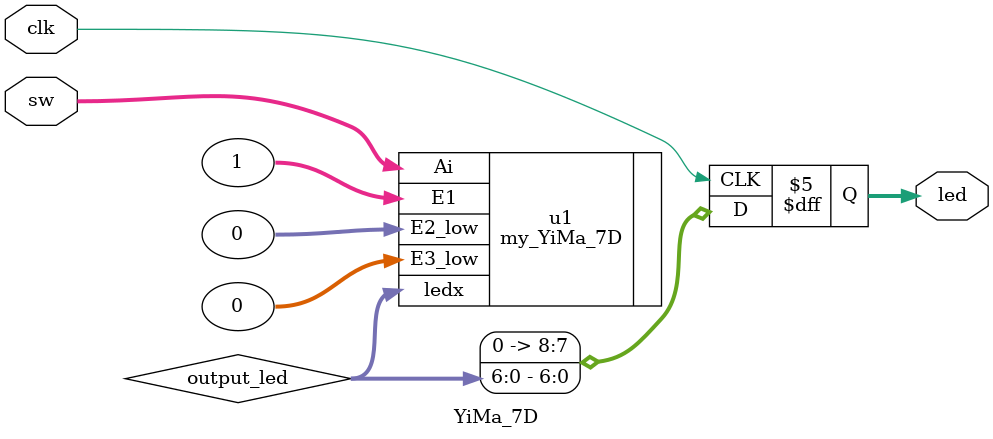
<source format=v>
module YiMa_7D(sw,clk,led);
  input [3:0] sw;
  input clk;
  
  wire [6:0] output_led;
  
  output reg [8:0] led;
  
  
  
always @ (posedge clk) begin

  led <= {3'b000,output_led};
  
end
  
  
  my_YiMa_7D u1 (
             .Ai(sw),
				 .E1(1),
				 .E2_low(0),
				 .E3_low(0),
				 .ledx(output_led)
             ); 
  
  
endmodule
</source>
